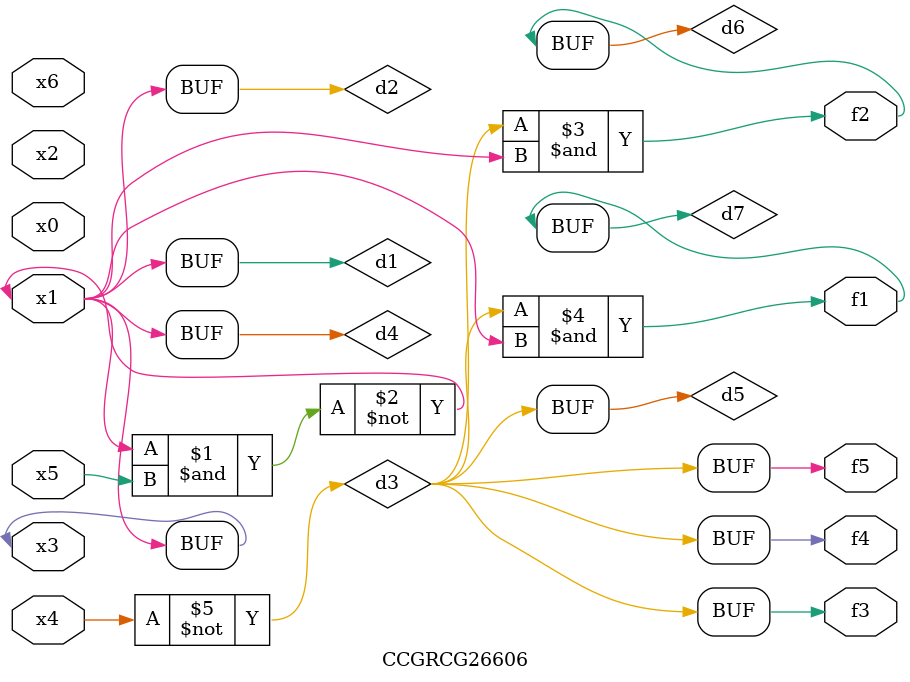
<source format=v>
module CCGRCG26606(
	input x0, x1, x2, x3, x4, x5, x6,
	output f1, f2, f3, f4, f5
);

	wire d1, d2, d3, d4, d5, d6, d7;

	buf (d1, x1, x3);
	nand (d2, x1, x5);
	not (d3, x4);
	buf (d4, d1, d2);
	buf (d5, d3);
	and (d6, d3, d4);
	and (d7, d3, d4);
	assign f1 = d7;
	assign f2 = d6;
	assign f3 = d5;
	assign f4 = d5;
	assign f5 = d5;
endmodule

</source>
